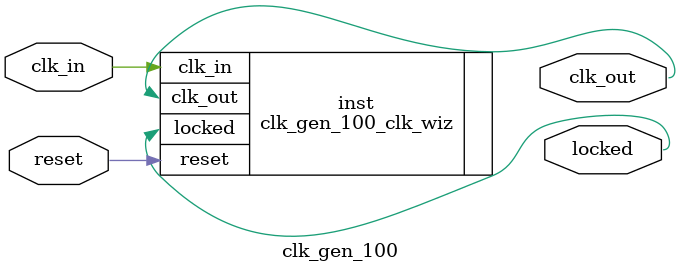
<source format=v>


`timescale 1ps/1ps

(* CORE_GENERATION_INFO = "clk_gen_100,clk_wiz_v6_0_11_0_0,{component_name=clk_gen_100,use_phase_alignment=true,use_min_o_jitter=false,use_max_i_jitter=false,use_dyn_phase_shift=false,use_inclk_switchover=false,use_dyn_reconfig=false,enable_axi=0,feedback_source=FDBK_AUTO,PRIMITIVE=MMCM,num_out_clk=1,clkin1_period=83.333,clkin2_period=10.0,use_power_down=false,use_reset=true,use_locked=true,use_inclk_stopped=false,feedback_type=SINGLE,CLOCK_MGR_TYPE=NA,manual_override=false}" *)

module clk_gen_100 
 (
  // Clock out ports
  output        clk_out,
  // Status and control signals
  input         reset,
  output        locked,
 // Clock in ports
  input         clk_in
 );

  clk_gen_100_clk_wiz inst
  (
  // Clock out ports  
  .clk_out(clk_out),
  // Status and control signals               
  .reset(reset), 
  .locked(locked),
 // Clock in ports
  .clk_in(clk_in)
  );

endmodule

</source>
